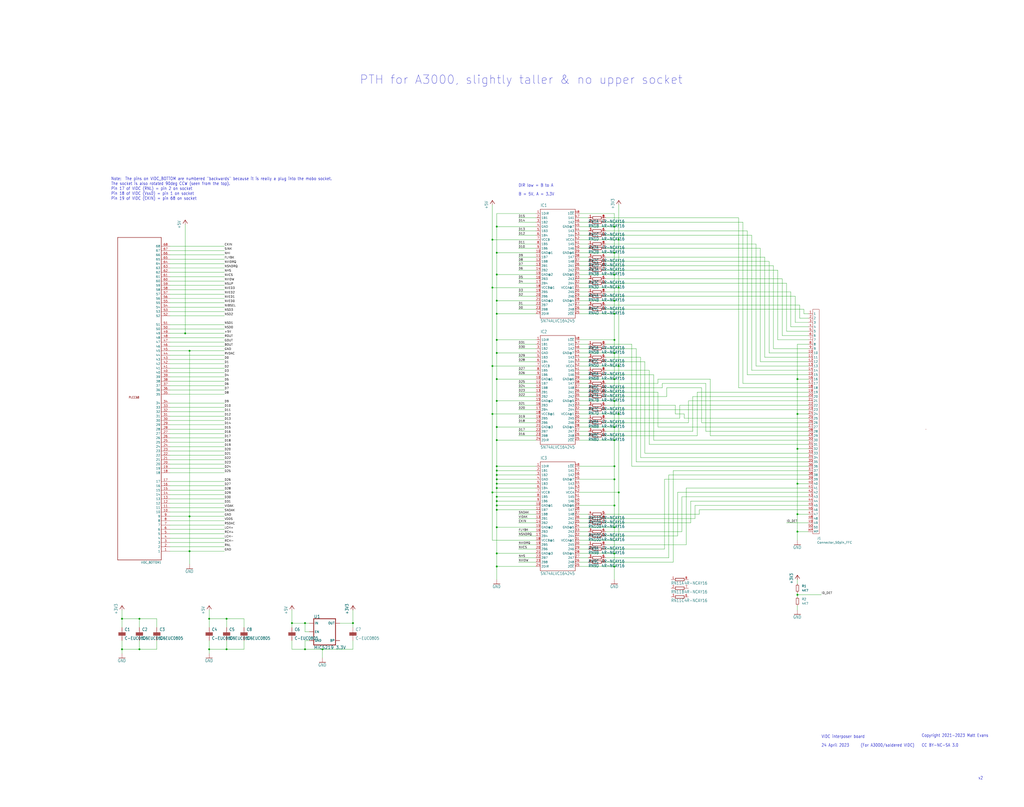
<source format=kicad_sch>
(kicad_sch (version 20211123) (generator eeschema)
  (paper "User" 596.9 470.306)
  (junction (at 289.56 281.94))
  (junction (at 289.56 274.32))
  (junction (at 464.82 220.98))
  (junction (at 177.8 378.46))
  (junction (at 289.56 160.02))
  (junction (at 360.68 167.64))
  (junction (at 358.14 220.98))
  (junction (at 121.92 360.68))
  (junction (at 187.96 378.46))
  (junction (at 358.14 160.02))
  (junction (at 110.49 321.31))
  (junction (at 132.08 378.46))
  (junction (at 289.56 132.08))
  (junction (at 358.14 294.64))
  (junction (at 358.14 322.58))
  (junction (at 289.56 198.12))
  (junction (at 121.92 378.46))
  (junction (at 170.18 363.22))
  (junction (at 289.56 284.48))
  (junction (at 289.56 307.34))
  (junction (at 358.14 132.08))
  (junction (at 289.56 233.68))
  (junction (at 289.56 271.78))
  (junction (at 205.74 363.22))
  (junction (at 464.82 241.3))
  (junction (at 289.56 248.92))
  (junction (at 289.56 330.2))
  (junction (at 464.82 346.71))
  (junction (at 289.56 322.58))
  (junction (at 289.56 205.74))
  (junction (at 289.56 292.1))
  (junction (at 110.49 300.99))
  (junction (at 360.68 241.3))
  (junction (at 289.56 289.56))
  (junction (at 358.14 307.34))
  (junction (at 81.28 378.46))
  (junction (at 287.02 213.36))
  (junction (at 289.56 175.26))
  (junction (at 360.68 287.02))
  (junction (at 358.14 233.68))
  (junction (at 358.14 271.78))
  (junction (at 358.14 248.92))
  (junction (at 81.28 360.68))
  (junction (at 289.56 220.98))
  (junction (at 71.12 360.68))
  (junction (at 358.14 147.32))
  (junction (at 358.14 175.26))
  (junction (at 360.68 213.36))
  (junction (at 360.68 139.7))
  (junction (at 358.14 198.12))
  (junction (at 107.95 194.31))
  (junction (at 464.82 299.72))
  (junction (at 287.02 287.02))
  (junction (at 358.14 205.74))
  (junction (at 289.56 279.4))
  (junction (at 289.56 294.64))
  (junction (at 132.08 360.68))
  (junction (at 289.56 297.18))
  (junction (at 110.49 204.47))
  (junction (at 358.14 256.54))
  (junction (at 358.14 182.88))
  (junction (at 464.82 281.94))
  (junction (at 287.02 139.7))
  (junction (at 289.56 276.86))
  (junction (at 287.02 241.3))
  (junction (at 289.56 256.54))
  (junction (at 358.14 279.4))
  (junction (at 464.82 261.62))
  (junction (at 358.14 330.2))
  (junction (at 464.82 309.88))
  (junction (at 289.56 147.32))
  (junction (at 287.02 167.64))
  (junction (at 177.8 363.22))
  (junction (at 289.56 182.88))
  (junction (at 71.12 378.46))
  (wire (pts (xy 342.9 215.9) (xy 337.82 215.9)))
  (wire (pts (xy 312.42 314.96) (xy 287.02 314.96)))
  (wire (pts (xy 337.82 233.68) (xy 358.14 233.68)))
  (wire (pts (xy 312.42 327.66) (xy 302.26 327.66)))
  (wire (pts (xy 471.17 276.86) (xy 389.89 276.86)))
  (wire (pts (xy 342.9 162.56) (xy 337.82 162.56)))
  (wire (pts (xy 99.06 265.43) (xy 130.81 265.43)))
  (wire (pts (xy 289.56 271.78) (xy 289.56 274.32)))
  (wire (pts (xy 289.56 284.48) (xy 289.56 289.56)))
  (wire (pts (xy 464.82 281.94) (xy 464.82 299.72)))
  (wire (pts (xy 337.82 220.98) (xy 358.14 220.98)))
  (wire (pts (xy 342.9 243.84) (xy 337.82 243.84)))
  (wire (pts (xy 342.9 208.28) (xy 337.82 208.28)))
  (wire (pts (xy 289.56 175.26) (xy 289.56 182.88)))
  (wire (pts (xy 386.08 223.52) (xy 411.48 223.52)))
  (wire (pts (xy 289.56 289.56) (xy 312.42 289.56)))
  (wire (pts (xy 337.82 248.92) (xy 358.14 248.92)))
  (wire (pts (xy 466.09 177.8) (xy 466.09 185.42)))
  (wire (pts (xy 358.14 330.2) (xy 358.14 322.58)))
  (wire (pts (xy 438.15 215.9) (xy 438.15 137.16)))
  (wire (pts (xy 353.06 165.1) (xy 458.47 165.1)))
  (wire (pts (xy 110.49 300.99) (xy 110.49 321.31)))
  (wire (pts (xy 464.82 309.88) (xy 471.17 309.88)))
  (wire (pts (xy 71.12 378.46) (xy 71.12 373.38)))
  (wire (pts (xy 353.06 157.48) (xy 453.39 157.48)))
  (wire (pts (xy 396.24 236.22) (xy 396.24 243.84)))
  (wire (pts (xy 471.17 226.06) (xy 430.53 226.06)))
  (wire (pts (xy 342.9 157.48) (xy 337.82 157.48)))
  (wire (pts (xy 99.06 199.39) (xy 130.81 199.39)))
  (wire (pts (xy 302.26 152.4) (xy 312.42 152.4)))
  (wire (pts (xy 455.93 162.56) (xy 455.93 195.58)))
  (wire (pts (xy 471.17 292.1) (xy 402.59 292.1)))
  (wire (pts (xy 358.14 271.78) (xy 358.14 256.54)))
  (wire (pts (xy 360.68 119.38) (xy 360.68 139.7)))
  (wire (pts (xy 312.42 213.36) (xy 287.02 213.36)))
  (wire (pts (xy 414.02 254) (xy 414.02 220.98)))
  (wire (pts (xy 289.56 182.88) (xy 289.56 198.12)))
  (wire (pts (xy 99.06 308.61) (xy 130.81 308.61)))
  (wire (pts (xy 99.06 153.67) (xy 130.81 153.67)))
  (wire (pts (xy 289.56 124.46) (xy 289.56 132.08)))
  (wire (pts (xy 353.06 299.72) (xy 407.67 299.72)))
  (wire (pts (xy 289.56 289.56) (xy 289.56 292.1)))
  (wire (pts (xy 289.56 233.68) (xy 289.56 248.92)))
  (wire (pts (xy 177.8 378.46) (xy 170.18 378.46)))
  (wire (pts (xy 342.9 129.54) (xy 337.82 129.54)))
  (wire (pts (xy 337.82 160.02) (xy 358.14 160.02)))
  (wire (pts (xy 466.09 185.42) (xy 471.17 185.42)))
  (wire (pts (xy 99.06 224.79) (xy 130.81 224.79)))
  (wire (pts (xy 312.42 279.4) (xy 289.56 279.4)))
  (wire (pts (xy 342.9 127) (xy 337.82 127)))
  (wire (pts (xy 358.14 248.92) (xy 358.14 233.68)))
  (wire (pts (xy 375.92 264.16) (xy 375.92 210.82)))
  (wire (pts (xy 342.9 137.16) (xy 337.82 137.16)))
  (wire (pts (xy 99.06 255.27) (xy 130.81 255.27)))
  (wire (pts (xy 312.42 302.26) (xy 302.26 302.26)))
  (wire (pts (xy 342.9 218.44) (xy 337.82 218.44)))
  (wire (pts (xy 99.06 222.25) (xy 130.81 222.25)))
  (wire (pts (xy 81.28 378.46) (xy 91.44 378.46)))
  (wire (pts (xy 358.14 307.34) (xy 358.14 294.64)))
  (wire (pts (xy 91.44 378.46) (xy 91.44 373.38)))
  (wire (pts (xy 433.07 223.52) (xy 433.07 129.54)))
  (wire (pts (xy 392.43 274.32) (xy 392.43 327.66)))
  (wire (pts (xy 353.06 251.46) (xy 403.86 251.46)))
  (wire (pts (xy 353.06 154.94) (xy 450.85 154.94)))
  (wire (pts (xy 358.14 182.88) (xy 358.14 175.26)))
  (wire (pts (xy 353.06 149.86) (xy 445.77 149.86)))
  (wire (pts (xy 401.32 233.68) (xy 471.17 233.68)))
  (wire (pts (xy 99.06 146.05) (xy 130.81 146.05)))
  (wire (pts (xy 353.06 180.34) (xy 468.63 180.34)))
  (wire (pts (xy 342.9 228.6) (xy 337.82 228.6)))
  (wire (pts (xy 337.82 327.66) (xy 342.9 327.66)))
  (wire (pts (xy 337.82 312.42) (xy 342.9 312.42)))
  (wire (pts (xy 353.06 134.62) (xy 435.61 134.62)))
  (wire (pts (xy 99.06 212.09) (xy 130.81 212.09)))
  (wire (pts (xy 99.06 209.55) (xy 130.81 209.55)))
  (wire (pts (xy 312.42 172.72) (xy 302.26 172.72)))
  (wire (pts (xy 388.62 226.06) (xy 408.94 226.06)))
  (wire (pts (xy 99.06 161.29) (xy 130.81 161.29)))
  (wire (pts (xy 312.42 210.82) (xy 302.26 210.82)))
  (wire (pts (xy 337.82 304.8) (xy 342.9 304.8)))
  (wire (pts (xy 360.68 287.02) (xy 337.82 287.02)))
  (wire (pts (xy 71.12 360.68) (xy 71.12 365.76)))
  (wire (pts (xy 312.42 304.8) (xy 302.26 304.8)))
  (wire (pts (xy 287.02 241.3) (xy 287.02 213.36)))
  (wire (pts (xy 370.84 269.24) (xy 471.17 269.24)))
  (wire (pts (xy 337.82 147.32) (xy 358.14 147.32)))
  (wire (pts (xy 337.82 320.04) (xy 342.9 320.04)))
  (wire (pts (xy 406.4 228.6) (xy 471.17 228.6)))
  (wire (pts (xy 71.12 381) (xy 71.12 378.46)))
  (wire (pts (xy 99.06 285.75) (xy 130.81 285.75)))
  (wire (pts (xy 353.06 243.84) (xy 396.24 243.84)))
  (wire (pts (xy 287.02 287.02) (xy 312.42 287.02)))
  (wire (pts (xy 471.17 203.2) (xy 450.85 203.2)))
  (wire (pts (xy 353.06 200.66) (xy 368.3 200.66)))
  (wire (pts (xy 132.08 365.76) (xy 132.08 360.68)))
  (wire (pts (xy 353.06 142.24) (xy 440.69 142.24)))
  (wire (pts (xy 170.18 378.46) (xy 170.18 373.38)))
  (wire (pts (xy 177.8 368.3) (xy 177.8 363.22)))
  (wire (pts (xy 353.06 127) (xy 430.53 127)))
  (wire (pts (xy 358.14 337.82) (xy 358.14 330.2)))
  (wire (pts (xy 312.42 215.9) (xy 302.26 215.9)))
  (wire (pts (xy 406.4 228.6) (xy 406.4 254)))
  (wire (pts (xy 312.42 271.78) (xy 289.56 271.78)))
  (wire (pts (xy 312.42 241.3) (xy 287.02 241.3)))
  (wire (pts (xy 353.06 246.38) (xy 401.32 246.38)))
  (wire (pts (xy 99.06 237.49) (xy 130.81 237.49)))
  (wire (pts (xy 302.26 137.16) (xy 312.42 137.16)))
  (wire (pts (xy 393.7 241.3) (xy 398.78 241.3)))
  (wire (pts (xy 453.39 157.48) (xy 453.39 198.12)))
  (wire (pts (xy 398.78 243.84) (xy 398.78 241.3)))
  (wire (pts (xy 99.06 303.53) (xy 130.81 303.53)))
  (wire (pts (xy 448.31 152.4) (xy 448.31 205.74)))
  (wire (pts (xy 99.06 229.87) (xy 130.81 229.87)))
  (wire (pts (xy 471.17 208.28) (xy 445.77 208.28)))
  (wire (pts (xy 358.14 147.32) (xy 358.14 132.08)))
  (wire (pts (xy 358.14 132.08) (xy 358.14 124.46)))
  (wire (pts (xy 121.92 378.46) (xy 132.08 378.46)))
  (wire (pts (xy 312.42 320.04) (xy 302.26 320.04)))
  (wire (pts (xy 387.35 279.4) (xy 471.17 279.4)))
  (wire (pts (xy 370.84 269.24) (xy 370.84 203.2)))
  (wire (pts (xy 464.82 309.88) (xy 464.82 314.96)))
  (wire (pts (xy 180.34 368.3) (xy 177.8 368.3)))
  (wire (pts (xy 289.56 132.08) (xy 289.56 147.32)))
  (wire (pts (xy 353.06 152.4) (xy 448.31 152.4)))
  (wire (pts (xy 464.82 299.72) (xy 464.82 309.88)))
  (wire (pts (xy 353.06 320.04) (xy 387.35 320.04)))
  (wire (pts (xy 393.7 236.22) (xy 393.7 241.3)))
  (wire (pts (xy 402.59 304.8) (xy 402.59 292.1)))
  (wire (pts (xy 342.9 154.94) (xy 337.82 154.94)))
  (wire (pts (xy 430.53 226.06) (xy 430.53 127)))
  (wire (pts (xy 142.24 373.38) (xy 142.24 378.46)))
  (wire (pts (xy 312.42 256.54) (xy 289.56 256.54)))
  (wire (pts (xy 170.18 365.76) (xy 170.18 363.22)))
  (wire (pts (xy 464.82 345.44) (xy 464.82 346.71)))
  (wire (pts (xy 99.06 189.23) (xy 130.81 189.23)))
  (wire (pts (xy 312.42 226.06) (xy 302.26 226.06)))
  (wire (pts (xy 312.42 248.92) (xy 289.56 248.92)))
  (wire (pts (xy 464.82 353.06) (xy 464.82 355.6)))
  (wire (pts (xy 353.06 129.54) (xy 433.07 129.54)))
  (wire (pts (xy 353.06 238.76) (xy 471.17 238.76)))
  (wire (pts (xy 381 256.54) (xy 471.17 256.54)))
  (wire (pts (xy 387.35 279.4) (xy 387.35 320.04)))
  (wire (pts (xy 337.82 302.26) (xy 342.9 302.26)))
  (wire (pts (xy 312.42 223.52) (xy 302.26 223.52)))
  (wire (pts (xy 99.06 306.07) (xy 130.81 306.07)))
  (wire (pts (xy 358.14 198.12) (xy 358.14 182.88)))
  (wire (pts (xy 464.82 299.72) (xy 471.17 299.72)))
  (wire (pts (xy 358.14 175.26) (xy 358.14 160.02)))
  (wire (pts (xy 312.42 129.54) (xy 302.26 129.54)))
  (wire (pts (xy 99.06 214.63) (xy 130.81 214.63)))
  (wire (pts (xy 337.82 213.36) (xy 360.68 213.36)))
  (wire (pts (xy 461.01 170.18) (xy 461.01 190.5)))
  (wire (pts (xy 312.42 218.44) (xy 302.26 218.44)))
  (wire (pts (xy 99.06 260.35) (xy 130.81 260.35)))
  (wire (pts (xy 312.42 322.58) (xy 289.56 322.58)))
  (wire (pts (xy 464.82 241.3) (xy 464.82 261.62)))
  (wire (pts (xy 99.06 168.91) (xy 130.81 168.91)))
  (wire (pts (xy 99.06 151.13) (xy 130.81 151.13)))
  (wire (pts (xy 312.42 177.8) (xy 302.26 177.8)))
  (wire (pts (xy 99.06 257.81) (xy 130.81 257.81)))
  (wire (pts (xy 99.06 176.53) (xy 130.81 176.53)))
  (wire (pts (xy 121.92 360.68) (xy 121.92 355.6)))
  (wire (pts (xy 401.32 246.38) (xy 401.32 233.68)))
  (wire (pts (xy 353.06 325.12) (xy 389.89 325.12)))
  (wire (pts (xy 99.06 283.21) (xy 130.81 283.21)))
  (wire (pts (xy 312.42 205.74) (xy 289.56 205.74)))
  (wire (pts (xy 142.24 360.68) (xy 132.08 360.68)))
  (wire (pts (xy 287.02 167.64) (xy 287.02 139.7)))
  (wire (pts (xy 312.42 208.28) (xy 302.26 208.28)))
  (wire (pts (xy 289.56 281.94) (xy 312.42 281.94)))
  (wire (pts (xy 99.06 245.11) (xy 130.81 245.11)))
  (wire (pts (xy 471.17 210.82) (xy 443.23 210.82)))
  (wire (pts (xy 71.12 360.68) (xy 71.12 355.6)))
  (wire (pts (xy 110.49 204.47) (xy 110.49 300.99)))
  (wire (pts (xy 471.17 218.44) (xy 435.61 218.44)))
  (wire (pts (xy 360.68 314.96) (xy 360.68 287.02)))
  (wire (pts (xy 353.06 208.28) (xy 373.38 208.28)))
  (wire (pts (xy 353.06 144.78) (xy 443.23 144.78)))
  (wire (pts (xy 400.05 284.48) (xy 400.05 317.5)))
  (wire (pts (xy 121.92 381) (xy 121.92 378.46)))
  (wire (pts (xy 337.82 309.88) (xy 342.9 309.88)))
  (wire (pts (xy 353.06 304.8) (xy 402.59 304.8)))
  (wire (pts (xy 110.49 204.47) (xy 130.81 204.47)))
  (wire (pts (xy 471.17 200.66) (xy 464.82 200.66)))
  (wire (pts (xy 440.69 213.36) (xy 440.69 142.24)))
  (wire (pts (xy 107.95 194.31) (xy 130.81 194.31)))
  (wire (pts (xy 342.9 165.1) (xy 337.82 165.1)))
  (wire (pts (xy 312.42 220.98) (xy 289.56 220.98)))
  (wire (pts (xy 353.06 327.66) (xy 392.43 327.66)))
  (wire (pts (xy 99.06 290.83) (xy 130.81 290.83)))
  (wire (pts (xy 312.42 180.34) (xy 302.26 180.34)))
  (wire (pts (xy 353.06 170.18) (xy 461.01 170.18)))
  (wire (pts (xy 99.06 262.89) (xy 130.81 262.89)))
  (wire (pts (xy 443.23 210.82) (xy 443.23 144.78)))
  (wire (pts (xy 464.82 220.98) (xy 464.82 241.3)))
  (wire (pts (xy 445.77 208.28) (xy 445.77 149.86)))
  (wire (pts (xy 408.94 226.06) (xy 408.94 246.38)))
  (wire (pts (xy 312.42 154.94) (xy 302.26 154.94)))
  (wire (pts (xy 358.14 233.68) (xy 358.14 220.98)))
  (wire (pts (xy 99.06 184.15) (xy 130.81 184.15)))
  (wire (pts (xy 342.9 223.52) (xy 337.82 223.52)))
  (wire (pts (xy 368.3 200.66) (xy 368.3 271.78)))
  (wire (pts (xy 99.06 166.37) (xy 130.81 166.37)))
  (wire (pts (xy 99.06 321.31) (xy 110.49 321.31)))
  (wire (pts (xy 289.56 281.94) (xy 289.56 284.48)))
  (wire (pts (xy 302.26 144.78) (xy 312.42 144.78)))
  (wire (pts (xy 337.82 182.88) (xy 358.14 182.88)))
  (wire (pts (xy 342.9 172.72) (xy 337.82 172.72)))
  (wire (pts (xy 99.06 267.97) (xy 130.81 267.97)))
  (wire (pts (xy 353.06 215.9) (xy 378.46 215.9)))
  (wire (pts (xy 342.9 236.22) (xy 337.82 236.22)))
  (wire (pts (xy 312.42 167.64) (xy 287.02 167.64)))
  (wire (pts (xy 458.47 304.8) (xy 471.17 304.8)))
  (wire (pts (xy 455.93 195.58) (xy 471.17 195.58)))
  (wire (pts (xy 312.42 231.14) (xy 302.26 231.14)))
  (wire (pts (xy 383.54 223.52) (xy 383.54 220.98)))
  (wire (pts (xy 337.82 167.64) (xy 360.68 167.64)))
  (wire (pts (xy 121.92 378.46) (xy 121.92 373.38)))
  (wire (pts (xy 337.82 299.72) (xy 342.9 299.72)))
  (wire (pts (xy 468.63 180.34) (xy 468.63 182.88)))
  (wire (pts (xy 337.82 314.96) (xy 360.68 314.96)))
  (wire (pts (xy 312.42 251.46) (xy 302.26 251.46)))
  (wire (pts (xy 107.95 130.81) (xy 107.95 194.31)))
  (wire (pts (xy 464.82 261.62) (xy 464.82 281.94)))
  (wire (pts (xy 99.06 196.85) (xy 130.81 196.85)))
  (wire (pts (xy 142.24 365.76) (xy 142.24 360.68)))
  (wire (pts (xy 400.05 317.5) (xy 353.06 317.5)))
  (wire (pts (xy 289.56 297.18) (xy 312.42 297.18)))
  (wire (pts (xy 121.92 360.68) (xy 121.92 365.76)))
  (wire (pts (xy 289.56 160.02) (xy 289.56 175.26)))
  (wire (pts (xy 471.17 287.02) (xy 394.97 287.02)))
  (wire (pts (xy 99.06 204.47) (xy 110.49 204.47)))
  (wire (pts (xy 312.42 299.72) (xy 302.26 299.72)))
  (wire (pts (xy 205.74 365.76) (xy 205.74 363.22)))
  (wire (pts (xy 337.82 330.2) (xy 358.14 330.2)))
  (wire (pts (xy 463.55 172.72) (xy 463.55 187.96)))
  (wire (pts (xy 353.06 218.44) (xy 381 218.44)))
  (wire (pts (xy 205.74 378.46) (xy 205.74 373.38)))
  (wire (pts (xy 458.47 165.1) (xy 458.47 193.04)))
  (wire (pts (xy 342.9 226.06) (xy 337.82 226.06)))
  (wire (pts (xy 337.82 205.74) (xy 358.14 205.74)))
  (wire (pts (xy 471.17 284.48) (xy 400.05 284.48)))
  (wire (pts (xy 91.44 360.68) (xy 81.28 360.68)))
  (wire (pts (xy 342.9 144.78) (xy 337.82 144.78)))
  (wire (pts (xy 368.3 271.78) (xy 471.17 271.78)))
  (wire (pts (xy 378.46 215.9) (xy 378.46 259.08)))
  (wire (pts (xy 464.82 337.82) (xy 464.82 340.36)))
  (wire (pts (xy 403.86 231.14) (xy 471.17 231.14)))
  (wire (pts (xy 453.39 198.12) (xy 471.17 198.12)))
  (wire (pts (xy 99.06 179.07) (xy 130.81 179.07)))
  (wire (pts (xy 461.01 190.5) (xy 471.17 190.5)))
  (wire (pts (xy 312.42 254) (xy 302.26 254)))
  (wire (pts (xy 99.06 288.29) (xy 130.81 288.29)))
  (wire (pts (xy 373.38 266.7) (xy 471.17 266.7)))
  (wire (pts (xy 337.82 241.3) (xy 360.68 241.3)))
  (wire (pts (xy 312.42 330.2) (xy 289.56 330.2)))
  (wire (pts (xy 342.9 149.86) (xy 337.82 149.86)))
  (wire (pts (xy 99.06 275.59) (xy 130.81 275.59)))
  (wire (pts (xy 99.06 234.95) (xy 130.81 234.95)))
  (wire (pts (xy 471.17 294.64) (xy 405.13 294.64)))
  (wire (pts (xy 342.9 142.24) (xy 337.82 142.24)))
  (wire (pts (xy 353.06 254) (xy 406.4 254)))
  (wire (pts (xy 312.42 160.02) (xy 289.56 160.02)))
  (wire (pts (xy 337.82 325.12) (xy 342.9 325.12)))
  (wire (pts (xy 142.24 378.46) (xy 132.08 378.46)))
  (wire (pts (xy 99.06 201.93) (xy 130.81 201.93)))
  (wire (pts (xy 342.9 246.38) (xy 337.82 246.38)))
  (wire (pts (xy 110.49 321.31) (xy 110.49 328.93)))
  (wire (pts (xy 312.42 162.56) (xy 302.26 162.56)))
  (wire (pts (xy 337.82 198.12) (xy 358.14 198.12)))
  (wire (pts (xy 99.06 181.61) (xy 130.81 181.61)))
  (wire (pts (xy 99.06 219.71) (xy 130.81 219.71)))
  (wire (pts (xy 312.42 307.34) (xy 289.56 307.34)))
  (wire (pts (xy 342.9 200.66) (xy 337.82 200.66)))
  (wire (pts (xy 342.9 152.4) (xy 337.82 152.4)))
  (wire (pts (xy 302.26 134.62) (xy 312.42 134.62)))
  (wire (pts (xy 394.97 312.42) (xy 353.06 312.42)))
  (wire (pts (xy 448.31 205.74) (xy 471.17 205.74)))
  (wire (pts (xy 99.06 163.83) (xy 130.81 163.83)))
  (wire (pts (xy 471.17 251.46) (xy 411.48 251.46)))
  (wire (pts (xy 342.9 180.34) (xy 337.82 180.34)))
  (wire (pts (xy 397.51 289.56) (xy 471.17 289.56)))
  (wire (pts (xy 289.56 330.2) (xy 289.56 337.82)))
  (wire (pts (xy 342.9 134.62) (xy 337.82 134.62)))
  (wire (pts (xy 312.42 157.48) (xy 302.26 157.48)))
  (wire (pts (xy 435.61 218.44) (xy 435.61 134.62)))
  (wire (pts (xy 99.06 207.01) (xy 130.81 207.01)))
  (wire (pts (xy 198.12 363.22) (xy 205.74 363.22)))
  (wire (pts (xy 99.06 143.51) (xy 130.81 143.51)))
  (wire (pts (xy 464.82 261.62) (xy 471.17 261.62)))
  (wire (pts (xy 342.9 203.2) (xy 337.82 203.2)))
  (wire (pts (xy 99.06 158.75) (xy 130.81 158.75)))
  (wire (pts (xy 388.62 231.14) (xy 388.62 226.06)))
  (wire (pts (xy 386.08 223.52) (xy 386.08 226.06)))
  (wire (pts (xy 312.42 200.66) (xy 302.26 200.66)))
  (wire (pts (xy 342.9 238.76) (xy 337.82 238.76)))
  (wire (pts (xy 289.56 307.34) (xy 289.56 322.58)))
  (wire (pts (xy 353.06 172.72) (xy 463.55 172.72)))
  (wire (pts (xy 289.56 297.18) (xy 289.56 307.34)))
  (wire (pts (xy 342.9 210.82) (xy 337.82 210.82)))
  (wire (pts (xy 289.56 322.58) (xy 289.56 330.2)))
  (wire (pts (xy 312.42 236.22) (xy 302.26 236.22)))
  (wire (pts (xy 312.42 243.84) (xy 302.26 243.84)))
  (wire (pts (xy 360.68 241.3) (xy 360.68 287.02)))
  (wire (pts (xy 358.14 294.64) (xy 358.14 279.4)))
  (wire (pts (xy 99.06 311.15) (xy 130.81 311.15)))
  (wire (pts (xy 312.42 317.5) (xy 302.26 317.5)))
  (wire (pts (xy 177.8 373.38) (xy 177.8 378.46)))
  (wire (pts (xy 471.17 243.84) (xy 398.78 243.84)))
  (wire (pts (xy 358.14 160.02) (xy 358.14 147.32)))
  (wire (pts (xy 180.34 373.38) (xy 177.8 373.38)))
  (wire (pts (xy 471.17 215.9) (xy 438.15 215.9)))
  (wire (pts (xy 358.14 205.74) (xy 358.14 198.12)))
  (wire (pts (xy 289.56 274.32) (xy 312.42 274.32)))
  (wire (pts (xy 312.42 309.88) (xy 302.26 309.88)))
  (wire (pts (xy 187.96 378.46) (xy 187.96 383.54)))
  (wire (pts (xy 337.82 175.26) (xy 358.14 175.26)))
  (wire (pts (xy 81.28 373.38) (xy 81.28 378.46)))
  (wire (pts (xy 99.06 316.23) (xy 130.81 316.23)))
  (wire (pts (xy 450.85 203.2) (xy 450.85 154.94)))
  (wire (pts (xy 71.12 378.46) (xy 81.28 378.46)))
  (wire (pts (xy 358.14 279.4) (xy 358.14 271.78)))
  (wire (pts (xy 312.42 127) (xy 302.26 127)))
  (wire (pts (xy 373.38 266.7) (xy 373.38 208.28)))
  (wire (pts (xy 81.28 360.68) (xy 71.12 360.68)))
  (wire (pts (xy 289.56 284.48) (xy 312.42 284.48)))
  (wire (pts (xy 360.68 167.64) (xy 360.68 139.7)))
  (wire (pts (xy 383.54 248.92) (xy 471.17 248.92)))
  (wire (pts (xy 375.92 264.16) (xy 471.17 264.16)))
  (wire (pts (xy 289.56 248.92) (xy 289.56 256.54)))
  (wire (pts (xy 342.9 251.46) (xy 337.82 251.46)))
  (wire (pts (xy 289.56 256.54) (xy 289.56 271.78)))
  (wire (pts (xy 312.42 233.68) (xy 289.56 233.68)))
  (wire (pts (xy 289.56 274.32) (xy 289.56 276.86)))
  (wire (pts (xy 287.02 213.36) (xy 287.02 167.64)))
  (wire (pts (xy 312.42 147.32) (xy 289.56 147.32)))
  (wire (pts (xy 353.06 302.26) (xy 405.13 302.26)))
  (wire (pts (xy 353.06 236.22) (xy 393.7 236.22)))
  (wire (pts (xy 312.42 238.76) (xy 302.26 238.76)))
  (wire (pts (xy 353.06 162.56) (xy 455.93 162.56)))
  (wire (pts (xy 99.06 298.45) (xy 130.81 298.45)))
  (wire (pts (xy 360.68 213.36) (xy 360.68 167.64)))
  (wire (pts (xy 358.14 322.58) (xy 358.14 307.34)))
  (wire (pts (xy 337.82 132.08) (xy 358.14 132.08)))
  (wire (pts (xy 463.55 187.96) (xy 471.17 187.96)))
  (wire (pts (xy 91.44 365.76) (xy 91.44 360.68)))
  (wire (pts (xy 389.89 276.86) (xy 389.89 325.12)))
  (wire (pts (xy 458.47 193.04) (xy 471.17 193.04)))
  (wire (pts (xy 312.42 124.46) (xy 289.56 124.46)))
  (wire (pts (xy 99.06 293.37) (xy 130.81 293.37)))
  (wire (pts (xy 353.06 231.14) (xy 388.62 231.14)))
  (wire (pts (xy 187.96 378.46) (xy 177.8 378.46)))
  (wire (pts (xy 312.42 175.26) (xy 289.56 175.26)))
  (wire (pts (xy 407.67 297.18) (xy 471.17 297.18)))
  (wire (pts (xy 383.54 220.98) (xy 414.02 220.98)))
  (wire (pts (xy 312.42 228.6) (xy 302.26 228.6)))
  (wire (pts (xy 353.06 137.16) (xy 438.15 137.16)))
  (wire (pts (xy 289.56 220.98) (xy 289.56 233.68)))
  (wire (pts (xy 289.56 276.86) (xy 312.42 276.86)))
  (wire (pts (xy 312.42 170.18) (xy 302.26 170.18)))
  (wire (pts (xy 99.06 227.33) (xy 130.81 227.33)))
  (wire (pts (xy 312.42 165.1) (xy 302.26 165.1)))
  (wire (pts (xy 287.02 139.7) (xy 312.42 139.7)))
  (wire (pts (xy 170.18 355.6) (xy 170.18 363.22)))
  (wire (pts (xy 302.26 142.24) (xy 312.42 142.24)))
  (wire (pts (xy 337.82 317.5) (xy 342.9 317.5)))
  (wire (pts (xy 287.02 314.96) (xy 287.02 287.02)))
  (wire (pts (xy 397.51 309.88) (xy 397.51 289.56)))
  (wire (pts (xy 289.56 279.4) (xy 289.56 281.94)))
  (wire (pts (xy 337.82 307.34) (xy 358.14 307.34)))
  (wire (pts (xy 312.42 246.38) (xy 302.26 246.38)))
  (wire (pts (xy 360.68 139.7) (xy 337.82 139.7)))
  (wire (pts (xy 383.54 228.6) (xy 383.54 248.92)))
  (wire (pts (xy 378.46 259.08) (xy 471.17 259.08)))
  (wire (pts (xy 337.82 279.4) (xy 358.14 279.4)))
  (wire (pts (xy 342.9 177.8) (xy 337.82 177.8)))
  (wire (pts (xy 411.48 251.46) (xy 411.48 223.52)))
  (wire (pts (xy 464.82 200.66) (xy 464.82 220.98)))
  (wire (pts (xy 205.74 363.22) (xy 205.74 355.6)))
  (wire (pts (xy 132.08 360.68) (xy 121.92 360.68)))
  (wire (pts (xy 471.17 213.36) (xy 440.69 213.36)))
  (wire (pts (xy 99.06 242.57) (xy 130.81 242.57)))
  (wire (pts (xy 177.8 363.22) (xy 180.34 363.22)))
  (wire (pts (xy 342.9 231.14) (xy 337.82 231.14)))
  (wire (pts (xy 99.06 252.73) (xy 130.81 252.73)))
  (wire (pts (xy 342.9 254) (xy 337.82 254)))
  (wire (pts (xy 353.06 226.06) (xy 386.08 226.06)))
  (wire (pts (xy 312.42 182.88) (xy 289.56 182.88)))
  (wire (pts (xy 99.06 318.77) (xy 130.81 318.77)))
  (wire (pts (xy 403.86 251.46) (xy 403.86 231.14)))
  (wire (pts (xy 289.56 292.1) (xy 289.56 294.64)))
  (wire (pts (xy 464.82 346.71) (xy 478.79 346.71)))
  (wire (pts (xy 353.06 210.82) (xy 375.92 210.82)))
  (wire (pts (xy 289.56 292.1) (xy 312.42 292.1)))
  (wire (pts (xy 312.42 325.12) (xy 302.26 325.12)))
  (wire (pts (xy 358.14 256.54) (xy 358.14 248.92)))
  (wire (pts (xy 99.06 240.03) (xy 130.81 240.03)))
  (wire (pts (xy 312.42 132.08) (xy 289.56 132.08)))
  (wire (pts (xy 287.02 241.3) (xy 287.02 287.02)))
  (wire (pts (xy 110.49 300.99) (xy 130.81 300.99)))
  (wire (pts (xy 99.06 247.65) (xy 130.81 247.65)))
  (wire (pts (xy 99.06 194.31) (xy 107.95 194.31)))
  (wire (pts (xy 464.82 346.71) (xy 464.82 347.98)))
  (wire (pts (xy 99.06 173.99) (xy 130.81 173.99)))
  (wire (pts (xy 99.06 171.45) (xy 130.81 171.45)))
  (wire (pts (xy 396.24 236.22) (xy 471.17 236.22)))
  (wire (pts (xy 289.56 205.74) (xy 289.56 220.98)))
  (wire (pts (xy 110.49 321.31) (xy 130.81 321.31)))
  (wire (pts (xy 337.82 271.78) (xy 358.14 271.78)))
  (wire (pts (xy 99.06 270.51) (xy 130.81 270.51)))
  (wire (pts (xy 99.06 250.19) (xy 130.81 250.19)))
  (wire (pts (xy 289.56 147.32) (xy 289.56 160.02)))
  (wire (pts (xy 464.82 220.98) (xy 471.17 220.98)))
  (wire (pts (xy 337.82 294.64) (xy 358.14 294.64)))
  (wire (pts (xy 471.17 254) (xy 414.02 254)))
  (wire (pts (xy 394.97 287.02) (xy 394.97 312.42)))
  (wire (pts (xy 353.06 203.2) (xy 370.84 203.2)))
  (wire (pts (xy 312.42 203.2) (xy 302.26 203.2)))
  (wire (pts (xy 312.42 312.42) (xy 302.26 312.42)))
  (wire (pts (xy 302.26 149.86) (xy 312.42 149.86)))
  (wire (pts (xy 99.06 313.69) (xy 130.81 313.69)))
  (wire (pts (xy 132.08 373.38) (xy 132.08 378.46)))
  (wire (pts (xy 187.96 378.46) (xy 205.74 378.46)))
  (wire (pts (xy 353.06 223.52) (xy 383.54 223.52)))
  (wire (pts (xy 289.56 294.64) (xy 289.56 297.18)))
  (wire (pts (xy 464.82 241.3) (xy 471.17 241.3)))
  (wire (pts (xy 99.06 280.67) (xy 130.81 280.67)))
  (wire (pts (xy 405.13 302.26) (xy 405.13 294.64)))
  (wire (pts (xy 464.82 281.94) (xy 471.17 281.94)))
  (wire (pts (xy 353.06 309.88) (xy 397.51 309.88)))
  (wire (pts (xy 99.06 191.77) (xy 130.81 191.77)))
  (wire (pts (xy 360.68 241.3) (xy 360.68 213.36)))
  (wire (pts (xy 407.67 299.72) (xy 407.67 297.18)))
  (wire (pts (xy 287.02 119.38) (xy 287.02 139.7)))
  (wire (pts (xy 99.06 300.99) (xy 110.49 300.99)))
  (wire (pts (xy 289.56 276.86) (xy 289.56 279.4)))
  (wire (pts (xy 381 218.44) (xy 381 256.54)))
  (wire (pts (xy 358.14 124.46) (xy 337.82 124.46)))
  (wire (pts (xy 99.06 217.17) (xy 130.81 217.17)))
  (wire (pts (xy 468.63 182.88) (xy 471.17 182.88)))
  (wire (pts (xy 471.17 246.38) (xy 408.94 246.38)))
  (wire (pts (xy 99.06 156.21) (xy 130.81 156.21)))
  (wire (pts (xy 99.06 295.91) (xy 130.81 295.91)))
  (wire (pts (xy 170.18 363.22) (xy 177.8 363.22)))
  (wire (pts (xy 353.06 177.8) (xy 466.09 177.8)))
  (wire (pts (xy 337.82 256.54) (xy 358.14 256.54)))
  (wire (pts (xy 312.42 294.64) (xy 289.56 294.64)))
  (wire (pts (xy 81.28 365.76) (xy 81.28 360.68)))
  (wire (pts (xy 289.56 198.12) (xy 289.56 205.74)))
  (wire (pts (xy 471.17 274.32) (xy 392.43 274.32)))
  (wire (pts (xy 99.06 148.59) (xy 130.81 148.59)))
  (wire (pts (xy 358.14 220.98) (xy 358.14 205.74)))
  (wire (pts (xy 312.42 198.12) (xy 289.56 198.12)))
  (wire (pts (xy 353.06 228.6) (xy 383.54 228.6)))
  (wire (pts (xy 342.9 170.18) (xy 337.82 170.18)))
  (wire (pts (xy 471.17 223.52) (xy 433.07 223.52)))
  (wire (pts (xy 99.06 273.05) (xy 130.81 273.05)))
  (wire (pts (xy 337.82 322.58) (xy 358.14 322.58)))
  (text "VIDC interposer board" (at 478.79 430.53 180) (effects (font (size 1.778 1.5113)) (justify left bottom)))
  (text "(For A3000/soldered VIDC)" (at 501.65 435.61 180) (effects (font (size 1.778 1.5113)) (justify left bottom)))
  (text "DIR low = B to A" (at 302.26 109.22 180) (effects (font (size 1.778 1.5113)) (justify left bottom)))
  (text "PTH for A3000, slightly taller & no upper socket~{}" (at 209.55 49.53 180) (effects (font (size 5 5)) (justify left bottom)))
  (text "24 April 2023" (at 478.79 435.61 180) (effects (font (size 1.778 1.5113)) (justify left bottom)))
  (text "B = 5V, A = 3.3V" (at 302.26 114.3 180) (effects (font (size 1.778 1.5113)) (justify left bottom)))
  (text "Copyright 2021-2023 Matt Evans\n\nCC BY-NC-SA 3.0" (at 537.21 435.61 180) (effects (font (size 1.778 1.5113)) (justify left bottom)))
  (text "v2" (at 570.23 454.66 180) (effects (font (size 1.778 1.5113)) (justify left bottom)))
  (text "Note:  The pins on VIDC_BOTTOM are numbered \"backwards\" because it is really a plug into the mobo socket.\nThe socket is also rotated 90deg CCW (seen from the top).\nPin 17 of VIDC (RNL) = pin 2 on socket\nPin 18 of VIDC (VssD) = pin 1 on socket\nPin 19 of VIDC (CKIN) = pin 68 on socket" (at 64.77 116.84 180) (effects (font (size 1.778 1.5113)) (justify left bottom)))
  (label "D21" (at 130.81 265.43 0) (effects (font (size 1.2446 1.2446))))
  (label "NSD1" (at 130.81 189.23 0) (effects (font (size 1.2446 1.2446))))
  (label "D29" (at 130.81 288.29 0) (effects (font (size 1.2446 1.2446))))
  (label "RNL" (at 130.81 318.77 0) (effects (font (size 1.2446 1.2446))))
  (label "GOUT" (at 130.81 199.39 0) (effects (font (size 1.2446 1.2446))))
  (label "GND" (at 130.81 204.47 0) (effects (font (size 1.2446 1.2446))))
  (label "D0" (at 130.81 209.55 0) (effects (font (size 1.2446 1.2446))))
  (label "NVIDRQ" (at 302.26 317.5 0) (effects (font (size 1.2446 1.2446))))
  (label "NVIDW" (at 302.26 327.66 0) (effects (font (size 1.2446 1.2446))))
  (label "BOUT" (at 130.81 201.93 0) (effects (font (size 1.2446 1.2446))))
  (label "FLYBK" (at 302.26 309.88 0) (effects (font (size 1.2446 1.2446))))
  (label "D3" (at 130.81 217.17 0) (effects (font (size 1.2446 1.2446))))
  (label "D8" (at 302.26 152.4 0) (effects (font (size 1.2446 1.2446))))
  (label "D30" (at 302.26 203.2 0) (effects (font (size 1.2446 1.2446))))
  (label "D13" (at 130.81 245.11 0) (effects (font (size 1.2446 1.2446))))
  (label "D27" (at 302.26 215.9 0) (effects (font (size 1.2446 1.2446))))
  (label "NSNDRQ" (at 130.81 156.21 0) (effects (font (size 1.2446 1.2446))))
  (label "NVIDRQ" (at 130.81 153.67 0) (effects (font (size 1.2446 1.2446))))
  (label "D24" (at 302.26 226.06 0) (effects (font (size 1.2446 1.2446))))
  (label "D18" (at 302.26 246.38 0) (effects (font (size 1.2446 1.2446))))
  (label "GND" (at 130.81 321.31 0) (effects (font (size 1.2446 1.2446))))
  (label "D9" (at 130.81 234.95 0) (effects (font (size 1.2446 1.2446))))
  (label "ROUT" (at 130.81 196.85 0) (effects (font (size 1.2446 1.2446))))
  (label "NHI" (at 130.81 148.59 0) (effects (font (size 1.2446 1.2446))))
  (label "D7" (at 302.26 154.94 0) (effects (font (size 1.2446 1.2446))))
  (label "GND" (at 130.81 300.99 0) (effects (font (size 1.2446 1.2446))))
  (label "NSNDRQ" (at 302.26 312.42 0) (effects (font (size 1.2446 1.2446))))
  (label "ID_DET" (at 458.47 304.8 0))
  (label "D6" (at 302.26 157.48 0) (effects (font (size 1.2446 1.2446))))
  (label "VDDS" (at 130.81 303.53 0) (effects (font (size 1.2446 1.2446))))
  (label "+5V" (at 130.81 194.31 0) (effects (font (size 1.2446 1.2446))))
  (label "NSD0" (at 130.81 191.77 0) (effects (font (size 1.2446 1.2446))))
  (label "NHS" (at 130.81 158.75 0) (effects (font (size 1.2446 1.2446))))
  (label "D24" (at 130.81 273.05 0) (effects (font (size 1.2446 1.2446))))
  (label "D25" (at 302.26 223.52 0) (effects (font (size 1.2446 1.2446))))
  (label "D29" (at 302.26 208.28 0) (effects (font (size 1.2446 1.2446))))
  (label "D4" (at 130.81 219.71 0) (effects (font (size 1.2446 1.2446))))
  (label "D20" (at 130.81 262.89 0) (effects (font (size 1.2446 1.2446))))
  (label "D26" (at 130.81 280.67 0) (effects (font (size 1.2446 1.2446))))
  (label "D27" (at 130.81 283.21 0) (effects (font (size 1.2446 1.2446))))
  (label "D5" (at 302.26 162.56 0) (effects (font (size 1.2446 1.2446))))
  (label "D30" (at 130.81 290.83 0) (effects (font (size 1.2446 1.2446))))
  (label "D2" (at 130.81 214.63 0) (effects (font (size 1.2446 1.2446))))
  (label "NHS" (at 302.26 325.12 0) (effects (font (size 1.2446 1.2446))))
  (label "D9" (at 302.26 149.86 0) (effects (font (size 1.2446 1.2446))))
  (label "D26" (at 302.26 218.44 0) (effects (font (size 1.2446 1.2446))))
  (label "D23" (at 130.81 270.51 0) (effects (font (size 1.2446 1.2446))))
  (label "D22" (at 302.26 231.14 0) (effects (font (size 1.2446 1.2446))))
  (label "D31" (at 130.81 293.37 0) (effects (font (size 1.2446 1.2446))))
  (label "NSUP" (at 130.81 166.37 0) (effects (font (size 1.2446 1.2446))))
  (label "D1" (at 302.26 177.8 0) (effects (font (size 1.2446 1.2446))))
  (label "LCH+" (at 130.81 308.61 0) (effects (font (size 1.2446 1.2446))))
  (label "VIDAK" (at 130.81 295.91 0) (effects (font (size 1.2446 1.2446))))
  (label "D31" (at 302.26 200.66 0) (effects (font (size 1.2446 1.2446))))
  (label "SNDAK" (at 302.26 299.72 0) (effects (font (size 1.2446 1.2446))))
  (label "D12" (at 302.26 137.16 0) (effects (font (size 1.2446 1.2446))))
  (label "D13" (at 302.26 134.62 0) (effects (font (size 1.2446 1.2446))))
  (label "D19" (at 302.26 243.84 0) (effects (font (size 1.2446 1.2446))))
  (label "FLYBK" (at 130.81 151.13 0) (effects (font (size 1.2446 1.2446))))
  (label "D17" (at 130.81 255.27 0) (effects (font (size 1.2446 1.2446))))
  (label "D17" (at 302.26 251.46 0) (effects (font (size 1.2446 1.2446))))
  (label "D11" (at 130.81 240.03 0) (effects (font (size 1.2446 1.2446))))
  (label "NIBSEL" (at 130.81 179.07 0) (effects (font (size 1.2446 1.2446))))
  (label "D22" (at 130.81 267.97 0) (effects (font (size 1.2446 1.2446))))
  (label "RSDAC" (at 130.81 306.07 0) (effects (font (size 1.2446 1.2446))))
  (label "CKIN" (at 130.81 143.51 0) (effects (font (size 1.2446 1.2446))))
  (label "D12" (at 130.81 242.57 0) (effects (font (size 1.2446 1.2446))))
  (label "D20" (at 302.26 238.76 0) (effects (font (size 1.2446 1.2446))))
  (label "SINK" (at 130.81 146.05 0) (effects (font (size 1.2446 1.2446))))
  (label "D7" (at 130.81 227.33 0) (effects (font (size 1.2446 1.2446))))
  (label "RVDAC" (at 130.81 207.01 0) (effects (font (size 1.2446 1.2446))))
  (label "D19" (at 130.81 260.35 0) (effects (font (size 1.2446 1.2446))))
  (label "D2" (at 302.26 172.72 0) (effects (font (size 1.2446 1.2446))))
  (label "ID_DET" (at 478.79 346.71 0))
  (label "D1" (at 130.81 212.09 0) (effects (font (size 1.2446 1.2446))))
  (label "D23" (at 302.26 228.6 0) (effects (font (size 1.2446 1.2446))))
  (label "D8" (at 130.81 229.87 0) (effects (font (size 1.2446 1.2446))))
  (label "D10" (at 302.26 144.78 0) (effects (font (size 1.2446 1.2446))))
  (label "NVIDW" (at 130.81 163.83 0) (effects (font (size 1.2446 1.2446))))
  (label "D14" (at 130.81 247.65 0) (effects (font (size 1.2446 1.2446))))
  (label "D4" (at 302.26 165.1 0) (effects (font (size 1.2446 1.2446))))
  (label "D11" (at 302.26 142.24 0) (effects (font (size 1.2446 1.2446))))
  (label "NVED1" (at 130.81 173.99 0) (effects (font (size 1.2446 1.2446))))
  (label "D16" (at 302.26 254 0) (effects (font (size 1.2446 1.2446))))
  (label "VIDAK" (at 302.26 302.26 0) (effects (font (size 1.2446 1.2446))))
  (label "D3" (at 302.26 170.18 0) (effects (font (size 1.2446 1.2446))))
  (label "NVED2" (at 130.81 171.45 0) (effects (font (size 1.2446 1.2446))))
  (label "NVCS" (at 130.81 161.29 0) (effects (font (size 1.2446 1.2446))))
  (label "NVED3" (at 130.81 168.91 0) (effects (font (size 1.2446 1.2446))))
  (label "D16" (at 130.81 252.73 0) (effects (font (size 1.2446 1.2446))))
  (label "D15" (at 302.26 127 0) (effects (font (size 1.2446 1.2446))))
  (label "D21" (at 302.26 236.22 0) (effects (font (size 1.2446 1.2446))))
  (label "CKIN" (at 302.26 304.8 0) (effects (font (size 1.2446 1.2446))))
  (label "D28" (at 130.81 285.75 0) (effects (font (size 1.2446 1.2446))))
  (label "RCH-" (at 130.81 316.23 0) (effects (font (size 1.2446 1.2446))))
  (label "D0" (at 302.26 180.34 0) (effects (font (size 1.2446 1.2446))))
  (label "SNDAK" (at 130.81 298.45 0) (effects (font (size 1.2446 1.2446))))
  (label "D14" (at 302.26 129.54 0) (effects (font (size 1.2446 1.2446))))
  (label "NSD2" (at 130.81 184.15 0) (effects (font (size 1.2446 1.2446))))
  (label "D25" (at 130.81 275.59 0) (effects (font (size 1.2446 1.2446))))
  (label "NVED0" (at 130.81 176.53 0) (effects (font (size 1.2446 1.2446))))
  (label "D10" (at 130.81 237.49 0) (effects (font (size 1.2446 1.2446))))
  (label "NSD3" (at 130.81 181.61 0) (effects (font (size 1.2446 1.2446))))
  (label "D5" (at 130.81 222.25 0) (effects (font (size 1.2446 1.2446))))
  (label "RCH+" (at 130.81 311.15 0) (effects (font (size 1.2446 1.2446))))
  (label "D6" (at 130.81 224.79 0) (effects (font (size 1.2446 1.2446))))
  (label "LCH-" (at 130.81 313.69 0) (effects (font (size 1.2446 1.2446))))
  (label "NVCS" (at 302.26 320.04 0) (effects (font (size 1.2446 1.2446))))
  (label "D18" (at 130.81 257.81 0) (effects (font (size 1.2446 1.2446))))
  (label "D28" (at 302.26 210.82 0) (effects (font (size 1.2446 1.2446))))
  (label "D15" (at 130.81 250.19 0) (effects (font (size 1.2446 1.2446))))
  (symbol (lib_id "arc-dvi-vidc-brds-eagle-import:4R-NCAY16") (at 347.98 317.5 0) (unit 1)
    (property "Reference" "RN9" (at 342.9 320.548 0) (effects (font (size 1.778 1.5113)) (justify left bottom)))
    (property "Value" "4R-NCAY16" (at 350.52 320.548 0) (effects (font (size 1.778 1.5113)) (justify left bottom)))
    (property "Footprint" "Resistor_SMD:R_Array_Convex_4x0603" (effects hide))
  )
  (symbol (lib_id "arc-dvi-vidc-brds-eagle-import:4R-NCAY16") (at 347.98 203.2 0) (unit 2)
    (property "Reference" "RN5" (at 342.9 206.248 0) (effects (font (size 1.778 1.5113)) (justify left bottom)))
    (property "Value" "4R-NCAY16" (at 350.52 206.248 0) (effects (font (size 1.778 1.5113)) (justify left bottom)))
    (property "Footprint" "Resistor_SMD:R_Array_Convex_4x0603" (effects hide))
  )
  (symbol (lib_id "Device:R_Small") (at 464.82 342.9 0) (unit 1) (in_bom no)
    (property "Reference" "R1" (at 467.36 341.6299 0) (effects (justify left)))
    (property "Value" "4K7" (at 467.36 344.1699 0) (effects (justify left)))
    (property "Footprint" "Resistor_SMD:R_0603_1608Metric" (effects hide))
  )
  (symbol (lib_id "arc-dvi-vidc-brds-eagle-import:4R-NCAY16") (at 347.98 210.82 0) (unit 4)
    (property "Reference" "RN5" (at 342.9 213.868 0) (effects (font (size 1.778 1.5113)) (justify left bottom)))
    (property "Value" "4R-NCAY16" (at 350.52 213.868 0) (effects (font (size 1.778 1.5113)) (justify left bottom)))
    (property "Footprint" "Resistor_SMD:R_Array_Convex_4x0603" (effects hide))
  )
  (symbol (lib_id "arc-dvi-vidc-brds-eagle-import:C-EUC0805") (at 132.08 368.3 0) (unit 1)
    (property "Reference" "C5" (at 133.604 367.919 0) (effects (font (size 1.778 1.5113)) (justify left bottom)))
    (property "Value" "C-EUC0805" (at 133.604 372.999 0) (effects (font (size 1.778 1.5113)) (justify left bottom)))
    (property "Footprint" "Capacitor_SMD:C_0805_2012Metric_Pad1.18x1.45mm_HandSolder" (effects hide))
  )
  (symbol (lib_id "arc-dvi-vidc-brds-eagle-import:4R-NCAY16") (at 347.98 218.44 0) (unit 2)
    (property "Reference" "RN6" (at 342.9 221.488 0) (effects (font (size 1.778 1.5113)) (justify left bottom)))
    (property "Value" "4R-NCAY16" (at 350.52 221.488 0) (effects (font (size 1.778 1.5113)) (justify left bottom)))
    (property "Footprint" "Resistor_SMD:R_Array_Convex_4x0603" (effects hide))
  )
  (symbol (lib_id "arc-dvi-vidc-brds-eagle-import:4R-NCAY16") (at 347.98 142.24 0) (unit 1)
    (property "Reference" "RN2" (at 342.9 145.288 0) (effects (font (size 1.778 1.5113)) (justify left bottom)))
    (property "Value" "4R-NCAY16" (at 350.52 145.288 0) (effects (font (size 1.778 1.5113)) (justify left bottom)))
    (property "Footprint" "Resistor_SMD:R_Array_Convex_4x0603" (effects hide))
  )
  (symbol (lib_id "arc-dvi-vidc-brds-eagle-import:GND") (at 358.14 340.36 0) (unit 1)
    (property "Reference" "#GND04" (effects hide))
    (property "Value" "GND" (at 355.6 342.9 0) (effects (font (size 1.778 1.5113)) (justify left bottom)))
    (property "Footprint" "arc-dvi-vidc-brds:" (effects hide))
  )
  (symbol (lib_id "arc-dvi-vidc-brds-eagle-import:4R-NCAY16") (at 347.98 325.12 0) (unit 3)
    (property "Reference" "RN9" (at 342.9 328.168 0) (effects (font (size 1.778 1.5113)) (justify left bottom)))
    (property "Value" "4R-NCAY16" (at 350.52 328.168 0) (effects (font (size 1.778 1.5113)) (justify left bottom)))
    (property "Footprint" "Resistor_SMD:R_Array_Convex_4x0603" (effects hide))
  )
  (symbol (lib_id "arc-dvi-vidc-brds-eagle-import:GND") (at 110.49 331.47 0) (unit 1)
    (property "Reference" "#GND08" (effects hide))
    (property "Value" "GND" (at 107.95 334.01 0) (effects (font (size 1.778 1.5113)) (justify left bottom)))
    (property "Footprint" "arc-dvi-vidc-brds:" (effects hide))
  )
  (symbol (lib_id "arc-dvi-vidc-brds-eagle-import:4R-NCAY16") (at 347.98 170.18 0) (unit 1)
    (property "Reference" "RN4" (at 342.9 173.228 0) (effects (font (size 1.778 1.5113)) (justify left bottom)))
    (property "Value" "4R-NCAY16" (at 350.52 173.228 0) (effects (font (size 1.778 1.5113)) (justify left bottom)))
    (property "Footprint" "Resistor_SMD:R_Array_Convex_4x0603" (effects hide))
  )
  (symbol (lib_id "arc-dvi-vidc-brds-eagle-import:4R-NCAY16") (at 347.98 312.42 0) (unit 4)
    (property "Reference" "RN10" (at 342.9 315.468 0) (effects (font (size 1.778 1.5113)) (justify left bottom)))
    (property "Value" "4R-NCAY16" (at 350.52 315.468 0) (effects (font (size 1.778 1.5113)) (justify left bottom)))
    (property "Footprint" "Resistor_SMD:R_Array_Convex_4x0603" (effects hide))
  )
  (symbol (lib_id "arc-dvi-vidc-brds-eagle-import:GND") (at 464.82 317.5 0) (unit 1)
    (property "Reference" "#GND0101" (effects hide))
    (property "Value" "GND" (at 462.28 320.04 0) (effects (font (size 1.778 1.5113)) (justify left bottom)))
    (property "Footprint" "arc-dvi-vidc-brds:" (effects hide))
  )
  (symbol (lib_id "arc-dvi-vidc-brds-eagle-import:4R-NCAY16") (at 347.98 134.62 0) (unit 3)
    (property "Reference" "RN1" (at 342.9 137.668 0) (effects (font (size 1.778 1.5113)) (justify left bottom)))
    (property "Value" "4R-NCAY16" (at 350.52 137.668 0) (effects (font (size 1.778 1.5113)) (justify left bottom)))
    (property "Footprint" "Resistor_SMD:R_Array_Convex_4x0603" (effects hide))
  )
  (symbol (lib_id "arc-dvi-vidc-brds-eagle-import:4R-NCAY16") (at 347.98 157.48 0) (unit 2)
    (property "Reference" "RN3" (at 342.9 160.528 0) (effects (font (size 1.778 1.5113)) (justify left bottom)))
    (property "Value" "4R-NCAY16" (at 350.52 160.528 0) (effects (font (size 1.778 1.5113)) (justify left bottom)))
    (property "Footprint" "Resistor_SMD:R_Array_Convex_4x0603" (effects hide))
  )
  (symbol (lib_id "arc-dvi-vidc-brds-eagle-import:+3V3") (at 205.74 353.06 0) (unit 1)
    (property "Reference" "#+3V03" (effects hide))
    (property "Value" "+3V3" (at 203.2 358.14 90) (effects (font (size 1.778 1.5113)) (justify left bottom)))
    (property "Footprint" "arc-dvi-vidc-brds:" (effects hide))
  )
  (symbol (lib_id "arc-dvi-vidc-brds-eagle-import:4R-NCAY16") (at 347.98 246.38 0) (unit 2)
    (property "Reference" "RN8" (at 342.9 249.428 0) (effects (font (size 1.778 1.5113)) (justify left bottom)))
    (property "Value" "4R-NCAY16" (at 350.52 249.428 0) (effects (font (size 1.778 1.5113)) (justify left bottom)))
    (property "Footprint" "Resistor_SMD:R_Array_Convex_4x0603" (effects hide))
  )
  (symbol (lib_id "matt:Connector_50pin_FFC") (at 473.71 309.88 0) (unit 1)
    (property "Reference" "J1" (at 476.25 313.69 0) (effects (justify left)))
    (property "Value" "Connector_50pin_FFC" (at 476.25 316.23 0) (effects (justify left)))
    (property "Footprint" "Connector_FFC-FPC:Hirose_FH12-50S-0.5SH_1x50-1MP_P0.50mm_Horizontal" (effects hide))
  )
  (symbol (lib_id "arc-dvi-vidc-brds-eagle-import:+3V3") (at 71.12 353.06 0) (unit 1)
    (property "Reference" "#+3V01" (effects hide))
    (property "Value" "+3V3" (at 68.58 358.14 90) (effects (font (size 1.778 1.5113)) (justify left bottom)))
    (property "Footprint" "arc-dvi-vidc-brds:" (effects hide))
  )
  (symbol (lib_id "arc-dvi-vidc-brds-eagle-import:4R-NCAY16") (at 396.24 337.82 0) (unit 1)
    (property "Reference" "RN11" (at 391.16 340.868 0) (effects (font (size 1.778 1.5113)) (justify left bottom)))
    (property "Value" "4R-NCAY16" (at 398.78 340.868 0) (effects (font (size 1.778 1.5113)) (justify left bottom)))
    (property "Footprint" "Resistor_SMD:R_Array_Convex_4x0603" (effects hide))
  )
  (symbol (lib_id "arc-dvi-vidc-brds-eagle-import:4R-NCAY16") (at 347.98 165.1 0) (unit 4)
    (property "Reference" "RN3" (at 342.9 168.148 0) (effects (font (size 1.778 1.5113)) (justify left bottom)))
    (property "Value" "4R-NCAY16" (at 350.52 168.148 0) (effects (font (size 1.778 1.5113)) (justify left bottom)))
    (property "Footprint" "Resistor_SMD:R_Array_Convex_4x0603" (effects hide))
  )
  (symbol (lib_id "arc-dvi-vidc-brds-eagle-import:GND") (at 289.56 340.36 0) (unit 1)
    (property "Reference" "#GND03" (effects hide))
    (property "Value" "GND" (at 287.02 342.9 0) (effects (font (size 1.778 1.5113)) (justify left bottom)))
    (property "Footprint" "arc-dvi-vidc-brds:" (effects hide))
  )
  (symbol (lib_id "arc-dvi-vidc-brds-eagle-import:4R-NCAY16") (at 396.24 347.98 0) (unit 3)
    (property "Reference" "RN11" (at 391.16 351.028 0) (effects (font (size 1.778 1.5113)) (justify left bottom)))
    (property "Value" "4R-NCAY16" (at 398.78 351.028 0) (effects (font (size 1.778 1.5113)) (justify left bottom)))
    (property "Footprint" "Resistor_SMD:R_Array_Convex_4x0603" (effects hide))
  )
  (symbol (lib_id "arc-dvi-vidc-brds-eagle-import:4R-NCAY16") (at 347.98 327.66 0) (unit 4)
    (property "Reference" "RN9" (at 342.9 330.708 0) (effects (font (size 1.778 1.5113)) (justify left bottom)))
    (property "Value" "4R-NCAY16" (at 350.52 330.708 0) (effects (font (size 1.778 1.5113)) (justify left bottom)))
    (property "Footprint" "Resistor_SMD:R_Array_Convex_4x0603" (effects hide))
  )
  (symbol (lib_id "arc-dvi-vidc-brds-eagle-import:4R-NCAY16") (at 347.98 236.22 0) (unit 3)
    (property "Reference" "RN7" (at 342.9 239.268 0) (effects (font (size 1.778 1.5113)) (justify left bottom)))
    (property "Value" "4R-NCAY16" (at 350.52 239.268 0) (effects (font (size 1.778 1.5113)) (justify left bottom)))
    (property "Footprint" "Resistor_SMD:R_Array_Convex_4x0603" (effects hide))
  )
  (symbol (lib_id "arc-dvi-vidc-brds-eagle-import:+5V") (at 121.92 353.06 0) (unit 1)
    (property "Reference" "#P+03" (effects hide))
    (property "Value" "+5V" (at 119.38 358.14 90) (effects (font (size 1.778 1.5113)) (justify left bottom)))
    (property "Footprint" "arc-dvi-vidc-brds:" (effects hide))
  )
  (symbol (lib_id "arc-dvi-vidc-brds-eagle-import:GND") (at 121.92 383.54 0) (unit 1)
    (property "Reference" "#GND06" (effects hide))
    (property "Value" "GND" (at 119.38 386.08 0) (effects (font (size 1.778 1.5113)) (justify left bottom)))
    (property "Footprint" "arc-dvi-vidc-brds:" (effects hide))
  )
  (symbol (lib_id "arc-dvi-vidc-brds-eagle-import:+3V3") (at 464.82 335.28 0) (unit 1)
    (property "Reference" "#+3V0101" (effects hide))
    (property "Value" "+3V3" (at 462.28 340.36 90) (effects (font (size 1.778 1.5113)) (justify left bottom)))
    (property "Footprint" "arc-dvi-vidc-brds:" (effects hide))
  )
  (symbol (lib_id "arc-dvi-vidc-brds-eagle-import:4R-NCAY16") (at 347.98 177.8 0) (unit 3)
    (property "Reference" "RN4" (at 342.9 180.848 0) (effects (font (size 1.778 1.5113)) (justify left bottom)))
    (property "Value" "4R-NCAY16" (at 350.52 180.848 0) (effects (font (size 1.778 1.5113)) (justify left bottom)))
    (property "Footprint" "Resistor_SMD:R_Array_Convex_4x0603" (effects hide))
  )
  (symbol (lib_id "arc-dvi-vidc-brds-eagle-import:C-EUC0805") (at 91.44 368.3 0) (unit 1)
    (property "Reference" "C3" (at 92.964 367.919 0) (effects (font (size 1.778 1.5113)) (justify left bottom)))
    (property "Value" "C-EUC0805" (at 92.964 372.999 0) (effects (font (size 1.778 1.5113)) (justify left bottom)))
    (property "Footprint" "Capacitor_SMD:C_0805_2012Metric_Pad1.18x1.45mm_HandSolder" (effects hide))
  )
  (symbol (lib_id "arc-dvi-vidc-brds-eagle-import:SN74ALVC164245") (at 325.12 299.72 0) (unit 1)
    (property "Reference" "IC3" (at 314.96 267.97 0) (effects (font (size 1.778 1.5113)) (justify left bottom)))
    (property "Value" "SN74ALVC164245" (at 314.96 335.28 0) (effects (font (size 1.778 1.5113)) (justify left bottom)))
    (property "Footprint" "Package_SO:TSSOP-48_6.1x12.5mm_P0.5mm" (effects hide))
  )
  (symbol (lib_id "arc-dvi-vidc-brds-eagle-import:4R-NCAY16") (at 347.98 320.04 0) (unit 2)
    (property "Reference" "RN9" (at 342.9 323.088 0) (effects (font (size 1.778 1.5113)) (justify left bottom)))
    (property "Value" "4R-NCAY16" (at 350.52 323.088 0) (effects (font (size 1.778 1.5113)) (justify left bottom)))
    (property "Footprint" "Resistor_SMD:R_Array_Convex_4x0603" (effects hide))
  )
  (symbol (lib_id "arc-dvi-vidc-brds-eagle-import:+5V") (at 287.02 116.84 0) (unit 1)
    (property "Reference" "#P+02" (effects hide))
    (property "Value" "+5V" (at 284.48 121.92 90) (effects (font (size 1.778 1.5113)) (justify left bottom)))
    (property "Footprint" "arc-dvi-vidc-brds:" (effects hide))
  )
  (symbol (lib_id "arc-dvi-vidc-brds-eagle-import:4R-NCAY16") (at 347.98 228.6 0) (unit 1)
    (property "Reference" "RN7" (at 342.9 231.648 0) (effects (font (size 1.778 1.5113)) (justify left bottom)))
    (property "Value" "4R-NCAY16" (at 350.52 231.648 0) (effects (font (size 1.778 1.5113)) (justify left bottom)))
    (property "Footprint" "Resistor_SMD:R_Array_Convex_4x0603" (effects hide))
  )
  (symbol (lib_id "arc-dvi-vidc-brds-eagle-import:4R-NCAY16") (at 347.98 238.76 0) (unit 4)
    (property "Reference" "RN7" (at 342.9 241.808 0) (effects (font (size 1.778 1.5113)) (justify left bottom)))
    (property "Value" "4R-NCAY16" (at 350.52 241.808 0) (effects (font (size 1.778 1.5113)) (justify left bottom)))
    (property "Footprint" "Resistor_SMD:R_Array_Convex_4x0603" (effects hide))
  )
  (symbol (lib_id "arc-dvi-vidc-brds-eagle-import:GND") (at 187.96 386.08 0) (unit 1)
    (property "Reference" "#GND07" (effects hide))
    (property "Value" "GND" (at 185.42 388.62 0) (effects (font (size 1.778 1.5113)) (justify left bottom)))
    (property "Footprint" "arc-dvi-vidc-brds:" (effects hide))
  )
  (symbol (lib_id "arc-dvi-vidc-brds-eagle-import:4R-NCAY16") (at 347.98 144.78 0) (unit 2)
    (property "Reference" "RN2" (at 342.9 147.828 0) (effects (font (size 1.778 1.5113)) (justify left bottom)))
    (property "Value" "4R-NCAY16" (at 350.52 147.828 0) (effects (font (size 1.778 1.5113)) (justify left bottom)))
    (property "Footprint" "Resistor_SMD:R_Array_Convex_4x0603" (effects hide))
  )
  (symbol (lib_id "arc-dvi-vidc-brds-eagle-import:4R-NCAY16") (at 347.98 180.34 0) (unit 4)
    (property "Reference" "RN4" (at 342.9 183.388 0) (effects (font (size 1.778 1.5113)) (justify left bottom)))
    (property "Value" "4R-NCAY16" (at 350.52 183.388 0) (effects (font (size 1.778 1.5113)) (justify left bottom)))
    (property "Footprint" "Resistor_SMD:R_Array_Convex_4x0603" (effects hide))
  )
  (symbol (lib_id "arc-dvi-vidc-brds-eagle-import:C-EUC0805") (at 71.12 368.3 0) (unit 1)
    (property "Reference" "C1" (at 72.644 367.919 0) (effects (font (size 1.778 1.5113)) (justify left bottom)))
    (property "Value" "C-EUC0805" (at 72.644 372.999 0) (effects (font (size 1.778 1.5113)) (justify left bottom)))
    (property "Footprint" "Capacitor_SMD:C_0805_2012Metric_Pad1.18x1.45mm_HandSolder" (effects hide))
  )
  (symbol (lib_id "arc-dvi-vidc-brds-eagle-import:V_REG_MIC52193.3V") (at 190.5 368.3 0) (unit 1)
    (property "Reference" "U1" (at 182.88 360.426 0) (effects (font (size 1.778 1.778)) (justify left bottom)))
    (property "Value" "MIC5219 3.3V" (at 182.88 376.428 0) (effects (font (size 1.778 1.778)) (justify left top)))
    (property "Footprint" "Package_TO_SOT_SMD:SOT-23-5" (effects hide))
  )
  (symbol (lib_id "arc-dvi-vidc-brds-eagle-import:4R-NCAY16") (at 347.98 127 0) (unit 1)
    (property "Reference" "RN1" (at 342.9 130.048 0) (effects (font (size 1.778 1.5113)) (justify left bottom)))
    (property "Value" "4R-NCAY16" (at 350.52 130.048 0) (effects (font (size 1.778 1.5113)) (justify left bottom)))
    (property "Footprint" "Resistor_SMD:R_Array_Convex_4x0603" (effects hide))
  )
  (symbol (lib_id "arc-dvi-vidc-brds-eagle-import:+5V") (at 170.18 353.06 0) (unit 1)
    (property "Reference" "#P+04" (effects hide))
    (property "Value" "+5V" (at 167.64 358.14 90) (effects (font (size 1.778 1.5113)) (justify left bottom)))
    (property "Footprint" "arc-dvi-vidc-brds:" (effects hide))
  )
  (symbol (lib_id "arc-dvi-vidc-brds-eagle-import:C-EUC0805") (at 81.28 368.3 0) (unit 1)
    (property "Reference" "C2" (at 82.804 367.919 0) (effects (font (size 1.778 1.5113)) (justify left bottom)))
    (property "Value" "C-EUC0805" (at 82.804 372.999 0) (effects (font (size 1.778 1.5113)) (justify left bottom)))
    (property "Footprint" "Capacitor_SMD:C_0805_2012Metric_Pad1.18x1.45mm_HandSolder" (effects hide))
  )
  (symbol (lib_id "arc-dvi-vidc-brds-eagle-import:4R-NCAY16") (at 347.98 200.66 0) (unit 1)
    (property "Reference" "RN5" (at 342.9 203.708 0) (effects (font (size 1.778 1.5113)) (justify left bottom)))
    (property "Value" "4R-NCAY16" (at 350.52 203.708 0) (effects (font (size 1.778 1.5113)) (justify left bottom)))
    (property "Footprint" "Resistor_SMD:R_Array_Convex_4x0603" (effects hide))
  )
  (symbol (lib_id "arc-dvi-vidc-brds-eagle-import:+5V") (at 107.95 128.27 0) (unit 1)
    (property "Reference" "#P+05" (effects hide))
    (property "Value" "+5V" (at 105.41 133.35 90) (effects (font (size 1.778 1.5113)) (justify left bottom)))
    (property "Footprint" "arc-dvi-vidc-brds:" (effects hide))
  )
  (symbol (lib_id "arc-dvi-vidc-brds-eagle-import:+3V3") (at 360.68 116.84 0) (unit 1)
    (property "Reference" "#+3V02" (effects hide))
    (property "Value" "+3V3" (at 358.14 121.92 90) (effects (font (size 1.778 1.5113)) (justify left bottom)))
    (property "Footprint" "arc-dvi-vidc-brds:" (effects hide))
  )
  (symbol (lib_id "arc-dvi-vidc-brds-eagle-import:SN74ALVC164245") (at 325.12 152.4 0) (unit 1)
    (property "Reference" "IC1" (at 314.96 120.65 0) (effects (font (size 1.778 1.5113)) (justify left bottom)))
    (property "Value" "SN74ALVC164245" (at 314.96 187.96 0) (effects (font (size 1.778 1.5113)) (justify left bottom)))
    (property "Footprint" "Package_SO:TSSOP-48_6.1x12.5mm_P0.5mm" (effects hide))
  )
  (symbol (lib_id "arc-dvi-vidc-brds-eagle-import:RAW_PLCC68PTH") (at 81.28 232.41 180) (unit 1)
    (property "Reference" "VIDC_BOTTOM1" (at 93.98 327.152 0) (effects (font (size 1.27 1.0795)) (justify left bottom)))
    (property "Value" "RAW_PLCC68PTH" (effects hide))
    (property "Footprint" "Package_LCC:PLCC-68_THT-Socket" (effects hide))
  )
  (symbol (lib_id "arc-dvi-vidc-brds-eagle-import:C-EUC0805") (at 142.24 368.3 0) (unit 1)
    (property "Reference" "C8" (at 143.764 367.919 0) (effects (font (size 1.778 1.5113)) (justify left bottom)))
    (property "Value" "C-EUC0805" (at 143.764 372.999 0) (effects (font (size 1.778 1.5113)) (justify left bottom)))
    (property "Footprint" "Capacitor_SMD:C_0805_2012Metric_Pad1.18x1.45mm_HandSolder" (effects hide))
  )
  (symbol (lib_id "arc-dvi-vidc-brds-eagle-import:4R-NCAY16") (at 347.98 243.84 0) (unit 1)
    (property "Reference" "RN8" (at 342.9 246.888 0) (effects (font (size 1.778 1.5113)) (justify left bottom)))
    (property "Value" "4R-NCAY16" (at 350.52 246.888 0) (effects (font (size 1.778 1.5113)) (justify left bottom)))
    (property "Footprint" "Resistor_SMD:R_Array_Convex_4x0603" (effects hide))
  )
  (symbol (lib_id "arc-dvi-vidc-brds-eagle-import:4R-NCAY16") (at 347.98 162.56 0) (unit 3)
    (property "Reference" "RN3" (at 342.9 165.608 0) (effects (font (size 1.778 1.5113)) (justify left bottom)))
    (property "Value" "4R-NCAY16" (at 350.52 165.608 0) (effects (font (size 1.778 1.5113)) (justify left bottom)))
    (property "Footprint" "Resistor_SMD:R_Array_Convex_4x0603" (effects hide))
  )
  (symbol (lib_id "arc-dvi-vidc-brds-eagle-import:C-EUC0805") (at 121.92 368.3 0) (unit 1)
    (property "Reference" "C4" (at 123.444 367.919 0) (effects (font (size 1.778 1.5113)) (justify left bottom)))
    (property "Value" "C-EUC0805" (at 123.444 372.999 0) (effects (font (size 1.778 1.5113)) (justify left bottom)))
    (property "Footprint" "Capacitor_SMD:C_0805_2012Metric_Pad1.18x1.45mm_HandSolder" (effects hide))
  )
  (symbol (lib_id "arc-dvi-vidc-brds-eagle-import:4R-NCAY16") (at 347.98 231.14 0) (unit 2)
    (property "Reference" "RN7" (at 342.9 234.188 0) (effects (font (size 1.778 1.5113)) (justify left bottom)))
    (property "Value" "4R-NCAY16" (at 350.52 234.188 0) (effects (font (size 1.778 1.5113)) (justify left bottom)))
    (property "Footprint" "Resistor_SMD:R_Array_Convex_4x0603" (effects hide))
  )
  (symbol (lib_id "arc-dvi-vidc-brds-eagle-import:C-EUC0805") (at 170.18 368.3 0) (unit 1)
    (property "Reference" "C6" (at 171.704 367.919 0) (effects (font (size 1.778 1.5113)) (justify left bottom)))
    (property "Value" "C-EUC0805" (at 171.704 372.999 0) (effects (font (size 1.778 1.5113)) (justify left bottom)))
    (property "Footprint" "Capacitor_SMD:C_0805_2012Metric_Pad1.18x1.45mm_HandSolder" (effects hide))
  )
  (symbol (lib_id "arc-dvi-vidc-brds-eagle-import:4R-NCAY16") (at 347.98 254 0) (unit 4)
    (property "Reference" "RN8" (at 342.9 257.048 0) (effects (font (size 1.778 1.5113)) (justify left bottom)))
    (property "Value" "4R-NCAY16" (at 350.52 257.048 0) (effects (font (size 1.778 1.5113)) (justify left bottom)))
    (property "Footprint" "Resistor_SMD:R_Array_Convex_4x0603" (effects hide))
  )
  (symbol (lib_id "arc-dvi-vidc-brds-eagle-import:4R-NCAY16") (at 347.98 223.52 0) (unit 3)
    (property "Reference" "RN6" (at 342.9 226.568 0) (effects (font (size 1.778 1.5113)) (justify left bottom)))
    (property "Value" "4R-NCAY16" (at 350.52 226.568 0) (effects (font (size 1.778 1.5113)) (justify left bottom)))
    (property "Footprint" "Resistor_SMD:R_Array_Convex_4x0603" (effects hide))
  )
  (symbol (lib_id "arc-dvi-vidc-brds-eagle-import:4R-NCAY16") (at 347.98 251.46 0) (unit 3)
    (property "Reference" "RN8" (at 342.9 254.508 0) (effects (font (size 1.778 1.5113)) (justify left bottom)))
    (property "Value" "4R-NCAY16" (at 350.52 254.508 0) (effects (font (size 1.778 1.5113)) (justify left bottom)))
    (property "Footprint" "Resistor_SMD:R_Array_Convex_4x0603" (effects hide))
  )
  (symbol (lib_id "arc-dvi-vidc-brds-eagle-import:4R-NCAY16") (at 347.98 208.28 0) (unit 3)
    (property "Reference" "RN5" (at 342.9 211.328 0) (effects (font (size 1.778 1.5113)) (justify left bottom)))
    (property "Value" "4R-NCAY16" (at 350.52 211.328 0) (effects (font (size 1.778 1.5113)) (justify left bottom)))
    (property "Footprint" "Resistor_SMD:R_Array_Convex_4x0603" (effects hide))
  )
  (symbol (lib_id "arc-dvi-vidc-brds-eagle-import:4R-NCAY16") (at 347.98 137.16 0) (unit 4)
    (property "Reference" "RN1" (at 342.9 140.208 0) (effects (font (size 1.778 1.5113)) (justify left bottom)))
    (property "Value" "4R-NCAY16" (at 350.52 140.208 0) (effects (font (size 1.778 1.5113)) (justify left bottom)))
    (property "Footprint" "Resistor_SMD:R_Array_Convex_4x0603" (effects hide))
  )
  (symbol (lib_id "arc-dvi-vidc-brds-eagle-import:4R-NCAY16") (at 347.98 172.72 0) (unit 2)
    (property "Reference" "RN4" (at 342.9 175.768 0) (effects (font (size 1.778 1.5113)) (justify left bottom)))
    (property "Value" "4R-NCAY16" (at 350.52 175.768 0) (effects (font (size 1.778 1.5113)) (justify left bottom)))
    (property "Footprint" "Resistor_SMD:R_Array_Convex_4x0603" (effects hide))
  )
  (symbol (lib_id "arc-dvi-vidc-brds-eagle-import:4R-NCAY16") (at 347.98 226.06 0) (unit 4)
    (property "Reference" "RN6" (at 342.9 229.108 0) (effects (font (size 1.778 1.5113)) (justify left bottom)))
    (property "Value" "4R-NCAY16" (at 350.52 229.108 0) (effects (font (size 1.778 1.5113)) (justify left bottom)))
    (property "Footprint" "Resistor_SMD:R_Array_Convex_4x0603" (effects hide))
  )
  (symbol (lib_id "arc-dvi-vidc-brds-eagle-import:SN74ALVC164245") (at 325.12 226.06 0) (unit 1)
    (property "Reference" "IC2" (at 314.96 194.31 0) (effects (font (size 1.778 1.5113)) (justify left bottom)))
    (property "Value" "SN74ALVC164245" (at 314.96 261.62 0) (effects (font (size 1.778 1.5113)) (justify left bottom)))
    (property "Footprint" "Package_SO:TSSOP-48_6.1x12.5mm_P0.5mm" (effects hide))
  )
  (symbol (lib_id "arc-dvi-vidc-brds-eagle-import:4R-NCAY16") (at 347.98 215.9 0) (unit 1)
    (property "Reference" "RN6" (at 342.9 218.948 0) (effects (font (size 1.778 1.5113)) (justify left bottom)))
    (property "Value" "4R-NCAY16" (at 350.52 218.948 0) (effects (font (size 1.778 1.5113)) (justify left bottom)))
    (property "Footprint" "Resistor_SMD:R_Array_Convex_4x0603" (effects hide))
  )
  (symbol (lib_id "Device:R_Small") (at 464.82 350.52 0) (unit 1)
    (property "Reference" "R2" (at 467.36 349.2499 0) (effects (justify left)))
    (property "Value" "4K7" (at 467.36 351.7899 0) (effects (justify left)))
    (property "Footprint" "Resistor_SMD:R_0603_1608Metric" (effects hide))
  )
  (symbol (lib_id "arc-dvi-vidc-brds-eagle-import:4R-NCAY16") (at 347.98 302.26 0) (unit 1)
    (property "Reference" "RN10" (at 342.9 305.308 0) (effects (font (size 1.778 1.5113)) (justify left bottom)))
    (property "Value" "4R-NCAY16" (at 350.52 305.308 0) (effects (font (size 1.778 1.5113)) (justify left bottom)))
    (property "Footprint" "Resistor_SMD:R_Array_Convex_4x0603" (effects hide))
  )
  (symbol (lib_id "arc-dvi-vidc-brds-eagle-import:4R-NCAY16") (at 347.98 152.4 0) (unit 4)
    (property "Reference" "RN2" (at 342.9 155.448 0) (effects (font (size 1.778 1.5113)) (justify left bottom)))
    (property "Value" "4R-NCAY16" (at 350.52 155.448 0) (effects (font (size 1.778 1.5113)) (justify left bottom)))
    (property "Footprint" "Resistor_SMD:R_Array_Convex_4x0603" (effects hide))
  )
  (symbol (lib_id "arc-dvi-vidc-brds-eagle-import:4R-NCAY16") (at 347.98 299.72 0) (unit 4)
    (property "Reference" "RN11" (at 342.9 302.768 0) (effects (font (size 1.778 1.5113)) (justify left bottom)))
    (property "Value" "4R-NCAY16" (at 350.52 302.768 0) (effects (font (size 1.778 1.5113)) (justify left bottom)))
    (property "Footprint" "Resistor_SMD:R_Array_Convex_4x0603" (effects hide))
  )
  (symbol (lib_id "arc-dvi-vidc-brds-eagle-import:GND") (at 464.82 358.14 0) (unit 1)
    (property "Reference" "#GND0102" (effects hide))
    (property "Value" "GND" (at 462.28 360.68 0) (effects (font (size 1.778 1.5113)) (justify left bottom)))
    (property "Footprint" "arc-dvi-vidc-brds:" (effects hide))
  )
  (symbol (lib_id "arc-dvi-vidc-brds-eagle-import:4R-NCAY16") (at 347.98 154.94 0) (unit 1)
    (property "Reference" "RN3" (at 342.9 157.988 0) (effects (font (size 1.778 1.5113)) (justify left bottom)))
    (property "Value" "4R-NCAY16" (at 350.52 157.988 0) (effects (font (size 1.778 1.5113)) (justify left bottom)))
    (property "Footprint" "Resistor_SMD:R_Array_Convex_4x0603" (effects hide))
  )
  (symbol (lib_id "arc-dvi-vidc-brds-eagle-import:4R-NCAY16") (at 396.24 342.9 0) (unit 2)
    (property "Reference" "RN11" (at 391.16 345.948 0) (effects (font (size 1.778 1.5113)) (justify left bottom)))
    (property "Value" "4R-NCAY16" (at 398.78 345.948 0) (effects (font (size 1.778 1.5113)) (justify left bottom)))
    (property "Footprint" "Resistor_SMD:R_Array_Convex_4x0603" (effects hide))
  )
  (symbol (lib_id "arc-dvi-vidc-brds-eagle-import:C-EUC0805") (at 205.74 368.3 0) (unit 1)
    (property "Reference" "C7" (at 207.264 367.919 0) (effects (font (size 1.778 1.5113)) (justify left bottom)))
    (property "Value" "C-EUC0805" (at 207.264 372.999 0) (effects (font (size 1.778 1.5113)) (justify left bottom)))
    (property "Footprint" "Capacitor_SMD:C_0805_2012Metric_Pad1.18x1.45mm_HandSolder" (effects hide))
  )
  (symbol (lib_id "arc-dvi-vidc-brds-eagle-import:4R-NCAY16") (at 347.98 304.8 0) (unit 2)
    (property "Reference" "RN10" (at 342.9 307.848 0) (effects (font (size 1.778 1.5113)) (justify left bottom)))
    (property "Value" "4R-NCAY16" (at 350.52 307.848 0) (effects (font (size 1.778 1.5113)) (justify left bottom)))
    (property "Footprint" "Resistor_SMD:R_Array_Convex_4x0603" (effects hide))
  )
  (symbol (lib_id "arc-dvi-vidc-brds-eagle-import:4R-NCAY16") (at 347.98 309.88 0) (unit 3)
    (property "Reference" "RN10" (at 342.9 312.928 0) (effects (font (size 1.778 1.5113)) (justify left bottom)))
    (property "Value" "4R-NCAY16" (at 350.52 312.928 0) (effects (font (size 1.778 1.5113)) (justify left bottom)))
    (property "Footprint" "Resistor_SMD:R_Array_Convex_4x0603" (effects hide))
  )
  (symbol (lib_id "arc-dvi-vidc-brds-eagle-import:4R-NCAY16") (at 347.98 129.54 0) (unit 2)
    (property "Reference" "RN1" (at 342.9 132.588 0) (effects (font (size 1.778 1.5113)) (justify left bottom)))
    (property "Value" "4R-NCAY16" (at 350.52 132.588 0) (effects (font (size 1.778 1.5113)) (justify left bottom)))
    (property "Footprint" "Resistor_SMD:R_Array_Convex_4x0603" (effects hide))
  )
  (symbol (lib_id "arc-dvi-vidc-brds-eagle-import:GND") (at 71.12 383.54 0) (unit 1)
    (property "Reference" "#GND01" (effects hide))
    (property "Value" "GND" (at 68.58 386.08 0) (effects (font (size 1.778 1.5113)) (justify left bottom)))
    (property "Footprint" "arc-dvi-vidc-brds:" (effects hide))
  )
  (symbol (lib_id "arc-dvi-vidc-brds-eagle-import:4R-NCAY16") (at 347.98 149.86 0) (unit 3)
    (property "Reference" "RN2" (at 342.9 152.908 0) (effects (font (size 1.778 1.5113)) (justify left bottom)))
    (property "Value" "4R-NCAY16" (at 350.52 152.908 0) (effects (font (size 1.778 1.5113)) (justify left bottom)))
    (property "Footprint" "Resistor_SMD:R_Array_Convex_4x0603" (effects hide))
  )
)
</source>
